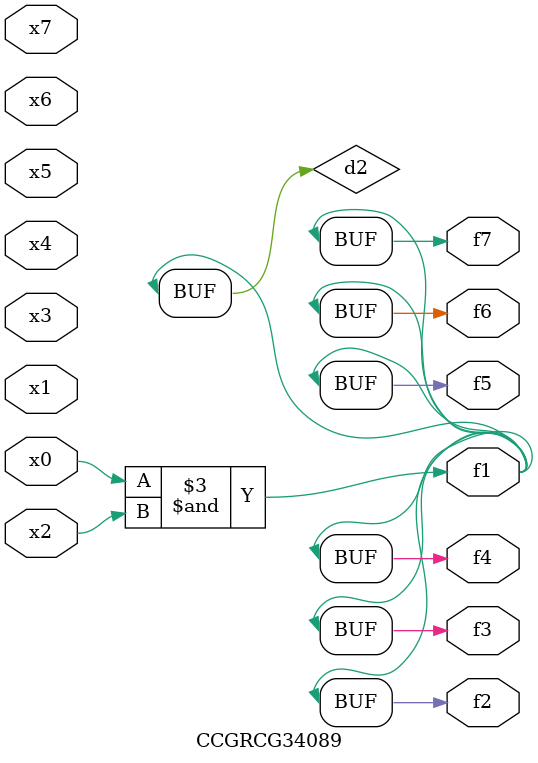
<source format=v>
module CCGRCG34089(
	input x0, x1, x2, x3, x4, x5, x6, x7,
	output f1, f2, f3, f4, f5, f6, f7
);

	wire d1, d2;

	nor (d1, x3, x6);
	and (d2, x0, x2);
	assign f1 = d2;
	assign f2 = d2;
	assign f3 = d2;
	assign f4 = d2;
	assign f5 = d2;
	assign f6 = d2;
	assign f7 = d2;
endmodule

</source>
